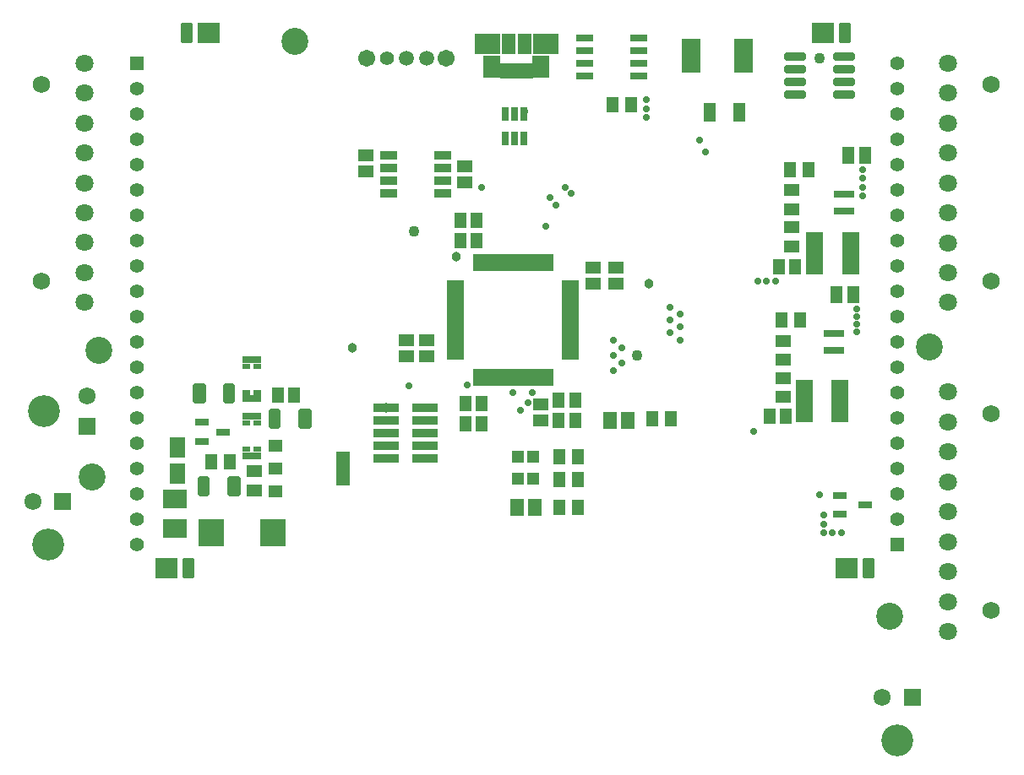
<source format=gts>
G04*
G04 #@! TF.GenerationSoftware,Altium Limited,Altium Designer,19.1.5 (86)*
G04*
G04 Layer_Color=8388736*
%FSLAX25Y25*%
%MOIN*%
G70*
G01*
G75*
%ADD50R,0.07808X0.13202*%
%ADD51R,0.05524X0.03162*%
%ADD52R,0.10249X0.03792*%
%ADD53R,0.06430X0.04501*%
%ADD54R,0.09855X0.10642*%
%ADD55R,0.09658X0.07690*%
%ADD56R,0.05918X0.07887*%
G04:AMPARAMS|DCode=57|XSize=45.01mil|YSize=77.69mil|CornerRadius=6.59mil|HoleSize=0mil|Usage=FLASHONLY|Rotation=0.000|XOffset=0mil|YOffset=0mil|HoleType=Round|Shape=RoundedRectangle|*
%AMROUNDEDRECTD57*
21,1,0.04501,0.06450,0,0,0.0*
21,1,0.03183,0.07769,0,0,0.0*
1,1,0.01318,0.01591,-0.03225*
1,1,0.01318,-0.01591,-0.03225*
1,1,0.01318,-0.01591,0.03225*
1,1,0.01318,0.01591,0.03225*
%
%ADD57ROUNDEDRECTD57*%
G04:AMPARAMS|DCode=58|XSize=50.91mil|YSize=77.69mil|CornerRadius=7mil|HoleSize=0mil|Usage=FLASHONLY|Rotation=0.000|XOffset=0mil|YOffset=0mil|HoleType=Round|Shape=RoundedRectangle|*
%AMROUNDEDRECTD58*
21,1,0.05091,0.06368,0,0,0.0*
21,1,0.03691,0.07769,0,0,0.0*
1,1,0.01401,0.01845,-0.03184*
1,1,0.01401,-0.01845,-0.03184*
1,1,0.01401,-0.01845,0.03184*
1,1,0.01401,0.01845,0.03184*
%
%ADD58ROUNDEDRECTD58*%
G04:AMPARAMS|DCode=59|XSize=87.92mil|YSize=82.8mil|CornerRadius=7.74mil|HoleSize=0mil|Usage=FLASHONLY|Rotation=0.000|XOffset=0mil|YOffset=0mil|HoleType=Round|Shape=RoundedRectangle|*
%AMROUNDEDRECTD59*
21,1,0.08792,0.06732,0,0,0.0*
21,1,0.07244,0.08280,0,0,0.0*
1,1,0.01548,0.03622,-0.03366*
1,1,0.01548,-0.03622,-0.03366*
1,1,0.01548,-0.03622,0.03366*
1,1,0.01548,0.03622,0.03366*
%
%ADD59ROUNDEDRECTD59*%
G04:AMPARAMS|DCode=60|XSize=46.19mil|YSize=82.8mil|CornerRadius=5.91mil|HoleSize=0mil|Usage=FLASHONLY|Rotation=0.000|XOffset=0mil|YOffset=0mil|HoleType=Round|Shape=RoundedRectangle|*
%AMROUNDEDRECTD60*
21,1,0.04619,0.07098,0,0,0.0*
21,1,0.03437,0.08280,0,0,0.0*
1,1,0.01182,0.01719,-0.03549*
1,1,0.01182,-0.01719,-0.03549*
1,1,0.01182,-0.01719,0.03549*
1,1,0.01182,0.01719,0.03549*
%
%ADD60ROUNDEDRECTD60*%
%ADD61R,0.05721X0.03162*%
%ADD62R,0.07296X0.03162*%
%ADD63R,0.04737X0.06312*%
%ADD64R,0.06312X0.04737*%
%ADD65R,0.05524X0.04737*%
%ADD66R,0.05524X0.13792*%
%ADD67R,0.04501X0.06430*%
%ADD68R,0.05328X0.06509*%
%ADD69R,0.04540X0.04540*%
%ADD70R,0.04619X0.06587*%
%ADD71R,0.06706X0.16548*%
%ADD72R,0.03162X0.05524*%
%ADD73R,0.04737X0.07690*%
G04:AMPARAMS|DCode=74|XSize=85.56mil|YSize=31.62mil|CornerRadius=6.95mil|HoleSize=0mil|Usage=FLASHONLY|Rotation=0.000|XOffset=0mil|YOffset=0mil|HoleType=Round|Shape=RoundedRectangle|*
%AMROUNDEDRECTD74*
21,1,0.08556,0.01772,0,0,0.0*
21,1,0.07165,0.03162,0,0,0.0*
1,1,0.01391,0.03583,-0.00886*
1,1,0.01391,-0.03583,-0.00886*
1,1,0.01391,-0.03583,0.00886*
1,1,0.01391,0.03583,0.00886*
%
%ADD74ROUNDEDRECTD74*%
%ADD75R,0.06902X0.03162*%
%ADD76R,0.10150X0.08280*%
%ADD77R,0.05426X0.08280*%
%ADD78R,0.06607X0.09068*%
%ADD79R,0.02572X0.06233*%
%ADD80R,0.01981X0.02670*%
%ADD81R,0.06607X0.01981*%
%ADD82R,0.01981X0.06607*%
%ADD83R,0.06804X0.03359*%
%ADD84C,0.10642*%
%ADD85C,0.06706*%
%ADD86C,0.05524*%
%ADD87C,0.05918*%
%ADD88C,0.07119*%
%ADD89C,0.06804*%
%ADD90C,0.12611*%
%ADD91C,0.06784*%
%ADD92R,0.06784X0.06784*%
%ADD93R,0.06784X0.06784*%
%ADD94R,0.05524X0.05524*%
%ADD95C,0.03800*%
%ADD96C,0.04300*%
%ADD97C,0.02800*%
G36*
X362196Y334631D02*
Y336599D01*
X365247D01*
Y334631D01*
X362196D01*
D02*
G37*
G36*
X366428D02*
Y336599D01*
X369479D01*
Y334631D01*
X366428D01*
D02*
G37*
G36*
X362196Y344867D02*
Y346836D01*
X365247D01*
Y344867D01*
X362196D01*
D02*
G37*
G36*
X366428D02*
Y346836D01*
X369479D01*
Y344867D01*
X366428D01*
D02*
G37*
G36*
X362358Y356990D02*
Y358959D01*
X365409D01*
Y356990D01*
X362358D01*
D02*
G37*
G36*
X366590D02*
Y358959D01*
X369642D01*
Y356990D01*
X366590D01*
D02*
G37*
G36*
X362358Y367226D02*
Y369195D01*
X365409D01*
Y367226D01*
X362358D01*
D02*
G37*
G36*
X366590D02*
Y369195D01*
X369642D01*
Y367226D01*
X366590D01*
D02*
G37*
D50*
X539205Y491000D02*
D03*
X559795D02*
D03*
D51*
X598079Y317240D02*
D03*
Y309760D02*
D03*
X607921Y313500D02*
D03*
D52*
X434177Y332000D02*
D03*
X418823D02*
D03*
X434177Y337000D02*
D03*
X418823D02*
D03*
X434177Y342000D02*
D03*
X418823D02*
D03*
X434177Y347000D02*
D03*
X418823D02*
D03*
X434177Y352000D02*
D03*
X418823D02*
D03*
D53*
X411000Y445272D02*
D03*
Y451728D02*
D03*
X450000Y440772D02*
D03*
Y447228D02*
D03*
X480000Y346772D02*
D03*
Y353228D02*
D03*
X435048Y372272D02*
D03*
Y378728D02*
D03*
X427000Y372272D02*
D03*
Y378728D02*
D03*
X509500Y407228D02*
D03*
Y400772D02*
D03*
X500500Y407228D02*
D03*
Y400772D02*
D03*
D54*
X374205Y302582D02*
D03*
X349795D02*
D03*
D55*
X335679Y315905D02*
D03*
Y304095D02*
D03*
D56*
X336500Y326060D02*
D03*
Y336296D02*
D03*
D57*
X357063Y357500D02*
D03*
X346937Y321000D02*
D03*
X374937Y347655D02*
D03*
D58*
X345232Y357500D02*
D03*
X358768Y321000D02*
D03*
X386768Y347655D02*
D03*
D59*
X600600Y288500D02*
D03*
X332100D02*
D03*
X348900Y500000D02*
D03*
X591100D02*
D03*
D60*
X609269Y288500D02*
D03*
X340769D02*
D03*
X340231Y500000D02*
D03*
X599768D02*
D03*
D61*
X346170Y346093D02*
D03*
Y338573D02*
D03*
X354438Y342333D02*
D03*
D62*
X366000Y355415D02*
D03*
Y370770D02*
D03*
X365838Y333056D02*
D03*
Y348410D02*
D03*
D63*
X357240Y330426D02*
D03*
X349760D02*
D03*
X523760Y347500D02*
D03*
X531240D02*
D03*
X487260Y332500D02*
D03*
X494740D02*
D03*
X487260Y323500D02*
D03*
X494740D02*
D03*
X487260Y312500D02*
D03*
X494740D02*
D03*
X582240Y386500D02*
D03*
X574760D02*
D03*
X585740Y446000D02*
D03*
X578260D02*
D03*
X508260Y471500D02*
D03*
X515740D02*
D03*
D64*
X366836Y319260D02*
D03*
Y326740D02*
D03*
X575500Y370760D02*
D03*
Y378240D02*
D03*
Y356176D02*
D03*
Y363656D02*
D03*
X579000Y430260D02*
D03*
Y437740D02*
D03*
Y415676D02*
D03*
Y423156D02*
D03*
D65*
X375120Y336851D02*
D03*
Y327796D02*
D03*
Y318741D02*
D03*
D66*
X401892Y327796D02*
D03*
D67*
X376272Y356766D02*
D03*
X382728D02*
D03*
X576728Y348500D02*
D03*
X570272D02*
D03*
X573772Y407500D02*
D03*
X580228D02*
D03*
X448272Y426000D02*
D03*
X454728D02*
D03*
X448272Y417952D02*
D03*
X454728D02*
D03*
X493521Y355048D02*
D03*
X487064D02*
D03*
X493521Y347000D02*
D03*
X487064D02*
D03*
X456728Y353548D02*
D03*
X450272D02*
D03*
X456728Y345500D02*
D03*
X450272D02*
D03*
D68*
X514196Y347000D02*
D03*
X507109D02*
D03*
X477696Y312500D02*
D03*
X470609D02*
D03*
D69*
X471047Y332500D02*
D03*
X476953D02*
D03*
X471047Y323737D02*
D03*
X476953D02*
D03*
D70*
X603268Y396500D02*
D03*
X596732D02*
D03*
X601232Y451500D02*
D03*
X607768D02*
D03*
D71*
X602173Y413000D02*
D03*
X588000D02*
D03*
X583827Y354500D02*
D03*
X598000D02*
D03*
D72*
X473240Y458079D02*
D03*
X469500D02*
D03*
X465760D02*
D03*
Y467921D02*
D03*
X469500D02*
D03*
X473240D02*
D03*
D73*
X546594Y468500D02*
D03*
X558405D02*
D03*
D74*
X599744Y490500D02*
D03*
Y485500D02*
D03*
Y480500D02*
D03*
Y475500D02*
D03*
X580256D02*
D03*
Y480500D02*
D03*
Y485500D02*
D03*
Y490500D02*
D03*
D75*
X518630Y483000D02*
D03*
Y488000D02*
D03*
Y493000D02*
D03*
Y498000D02*
D03*
X497370D02*
D03*
Y493000D02*
D03*
Y488000D02*
D03*
Y483000D02*
D03*
D76*
X458933Y495535D02*
D03*
X481867D02*
D03*
D77*
X467103D02*
D03*
X473697D02*
D03*
D78*
X480056Y486480D02*
D03*
X460744D02*
D03*
D79*
X465282Y485063D02*
D03*
X467841D02*
D03*
X470400D02*
D03*
X472959D02*
D03*
X475518D02*
D03*
D80*
X592547Y381299D02*
D03*
X594516D02*
D03*
X596484D02*
D03*
X598453D02*
D03*
Y374701D02*
D03*
X596484D02*
D03*
X594516D02*
D03*
X592547D02*
D03*
X596547Y436299D02*
D03*
X598516D02*
D03*
X600484D02*
D03*
X602453D02*
D03*
Y429701D02*
D03*
X600484D02*
D03*
X598516D02*
D03*
X596547D02*
D03*
D81*
X446410Y401264D02*
D03*
Y399295D02*
D03*
Y397327D02*
D03*
Y395358D02*
D03*
Y393390D02*
D03*
Y391421D02*
D03*
Y389453D02*
D03*
Y387484D02*
D03*
Y385516D02*
D03*
Y383547D02*
D03*
Y381579D02*
D03*
Y379610D02*
D03*
Y377642D02*
D03*
Y375673D02*
D03*
Y373705D02*
D03*
Y371736D02*
D03*
X491590D02*
D03*
Y373705D02*
D03*
Y375673D02*
D03*
Y377642D02*
D03*
Y379610D02*
D03*
Y381579D02*
D03*
Y383547D02*
D03*
Y385516D02*
D03*
Y387484D02*
D03*
Y389453D02*
D03*
Y391421D02*
D03*
Y393390D02*
D03*
Y395358D02*
D03*
Y397327D02*
D03*
Y399295D02*
D03*
Y401264D02*
D03*
D82*
X454236Y363910D02*
D03*
X456205D02*
D03*
X458173D02*
D03*
X460142D02*
D03*
X462110D02*
D03*
X464079D02*
D03*
X466047D02*
D03*
X468016D02*
D03*
X469984D02*
D03*
X471953D02*
D03*
X473921D02*
D03*
X475890D02*
D03*
X477858D02*
D03*
X479827D02*
D03*
X481795D02*
D03*
X483764D02*
D03*
Y409091D02*
D03*
X481795D02*
D03*
X479827D02*
D03*
X477858D02*
D03*
X475890D02*
D03*
X473921D02*
D03*
X471953D02*
D03*
X469984D02*
D03*
X468016D02*
D03*
X466047D02*
D03*
X464079D02*
D03*
X462110D02*
D03*
X460142D02*
D03*
X458173D02*
D03*
X456205D02*
D03*
X454236D02*
D03*
D83*
X441177Y436500D02*
D03*
Y441500D02*
D03*
Y446500D02*
D03*
Y451500D02*
D03*
X419823D02*
D03*
Y446500D02*
D03*
Y441500D02*
D03*
Y436500D02*
D03*
D84*
X302900Y324500D02*
D03*
X382800Y496600D02*
D03*
X305700Y374600D02*
D03*
X633100Y375900D02*
D03*
X617500Y269500D02*
D03*
D85*
X411252Y490000D02*
D03*
X442748D02*
D03*
D86*
X419126D02*
D03*
X320428Y478000D02*
D03*
Y468000D02*
D03*
Y458000D02*
D03*
Y448000D02*
D03*
Y438000D02*
D03*
Y428000D02*
D03*
Y418000D02*
D03*
Y408000D02*
D03*
Y398000D02*
D03*
Y388000D02*
D03*
Y378000D02*
D03*
Y368000D02*
D03*
Y358000D02*
D03*
Y348000D02*
D03*
Y338000D02*
D03*
Y328000D02*
D03*
Y318000D02*
D03*
Y308000D02*
D03*
Y298000D02*
D03*
X620428Y488000D02*
D03*
Y478000D02*
D03*
Y468000D02*
D03*
Y458000D02*
D03*
Y448000D02*
D03*
Y438000D02*
D03*
Y428000D02*
D03*
Y418000D02*
D03*
Y408000D02*
D03*
Y398000D02*
D03*
Y388000D02*
D03*
Y378000D02*
D03*
Y368000D02*
D03*
Y358000D02*
D03*
Y348000D02*
D03*
Y338000D02*
D03*
Y328000D02*
D03*
Y318000D02*
D03*
Y308000D02*
D03*
D87*
X427000Y490000D02*
D03*
X434874D02*
D03*
D88*
X640500Y487932D02*
D03*
Y476121D02*
D03*
Y464310D02*
D03*
Y452499D02*
D03*
Y440688D02*
D03*
Y428877D02*
D03*
Y417066D02*
D03*
Y405255D02*
D03*
Y393444D02*
D03*
X300000Y393445D02*
D03*
X300000Y405256D02*
D03*
X300000Y417067D02*
D03*
X300000Y428878D02*
D03*
X300000Y440689D02*
D03*
X300000Y452500D02*
D03*
X300000Y464311D02*
D03*
Y476122D02*
D03*
Y487933D02*
D03*
X640500Y358073D02*
D03*
Y346262D02*
D03*
Y334451D02*
D03*
Y322640D02*
D03*
Y310829D02*
D03*
Y299018D02*
D03*
Y287207D02*
D03*
Y275395D02*
D03*
Y263584D02*
D03*
D89*
X657508Y479467D02*
D03*
Y401908D02*
D03*
X282992Y401909D02*
D03*
X282992Y479468D02*
D03*
X657508Y349608D02*
D03*
Y272049D02*
D03*
D90*
X620595Y220492D02*
D03*
X284000Y350500D02*
D03*
X285500Y298000D02*
D03*
D91*
X614689Y237500D02*
D03*
X301008Y356405D02*
D03*
X279594Y315008D02*
D03*
D92*
X626500Y237500D02*
D03*
X291406Y315008D02*
D03*
D93*
X301008Y344595D02*
D03*
D94*
X320428Y488000D02*
D03*
X620428Y298000D02*
D03*
D95*
X522500Y400772D02*
D03*
X509500Y400772D02*
D03*
X418823Y352000D02*
D03*
X405500Y375500D02*
D03*
X493500Y347000D02*
D03*
Y355000D02*
D03*
X509500Y407500D02*
D03*
X579000Y416000D02*
D03*
X588000Y408000D02*
D03*
Y413000D02*
D03*
Y418500D02*
D03*
X580000Y407500D02*
D03*
X411000Y451500D02*
D03*
X446500Y411500D02*
D03*
X448000Y426000D02*
D03*
X457000Y353500D02*
D03*
D96*
X600500Y288500D02*
D03*
X341000D02*
D03*
X518000Y372500D02*
D03*
X430000Y421500D02*
D03*
X401768Y326918D02*
D03*
X349000Y500000D02*
D03*
X599500D02*
D03*
X590000Y490000D02*
D03*
X558405Y468500D02*
D03*
D97*
X475000Y354000D02*
D03*
X469000Y358000D02*
D03*
X428000Y360500D02*
D03*
X472000Y351000D02*
D03*
X476500Y358000D02*
D03*
X598500Y302500D02*
D03*
X595000D02*
D03*
X591500D02*
D03*
Y306000D02*
D03*
Y309500D02*
D03*
X590000Y317500D02*
D03*
X482000Y423500D02*
D03*
X508500Y366500D02*
D03*
X512000Y369500D02*
D03*
X508500Y372500D02*
D03*
X512000Y375500D02*
D03*
X508500Y378500D02*
D03*
X358768Y321000D02*
D03*
X365838Y333056D02*
D03*
X451000Y361000D02*
D03*
X470500Y312500D02*
D03*
X471000Y323500D02*
D03*
Y332500D02*
D03*
X521500Y466500D02*
D03*
X466000Y469000D02*
D03*
X473500D02*
D03*
X545000Y453000D02*
D03*
X542500Y457500D02*
D03*
X492000Y436500D02*
D03*
X489500Y439000D02*
D03*
X486000Y432000D02*
D03*
X483500Y435000D02*
D03*
X419500Y441500D02*
D03*
Y446500D02*
D03*
X456500Y439000D02*
D03*
X535000Y378500D02*
D03*
X531000Y381500D02*
D03*
X535000Y384000D02*
D03*
Y389000D02*
D03*
X531000Y391500D02*
D03*
Y386500D02*
D03*
X564000Y342500D02*
D03*
X604500Y385000D02*
D03*
Y388000D02*
D03*
Y382000D02*
D03*
Y391000D02*
D03*
X565500Y402000D02*
D03*
X569000D02*
D03*
X572500D02*
D03*
X607000Y435500D02*
D03*
Y439000D02*
D03*
Y442500D02*
D03*
Y446000D02*
D03*
X521500Y470000D02*
D03*
Y473500D02*
D03*
M02*

</source>
